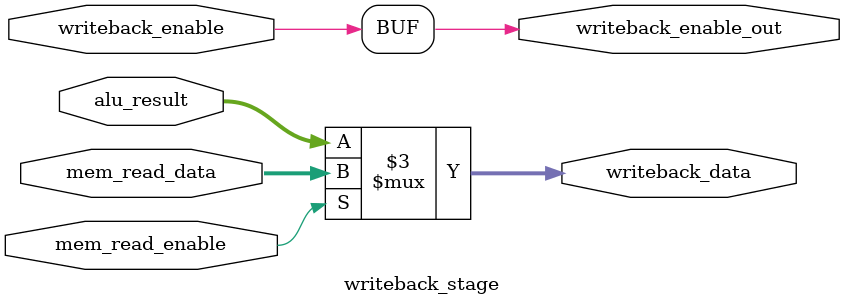
<source format=sv>
module writeback_stage(
  input logic writeback_enable,
  input logic mem_read_enable,
  input logic [23:0] mem_read_data,
  input logic [23:0] alu_result,
  output logic writeback_enable_out,
  output logic [23:0] writeback_data
);

  always_comb begin
    if(mem_read_enable) writeback_data = mem_read_data;
    else writeback_data = alu_result;

    writeback_enable_out = writeback_enable;
  end

endmodule
</source>
